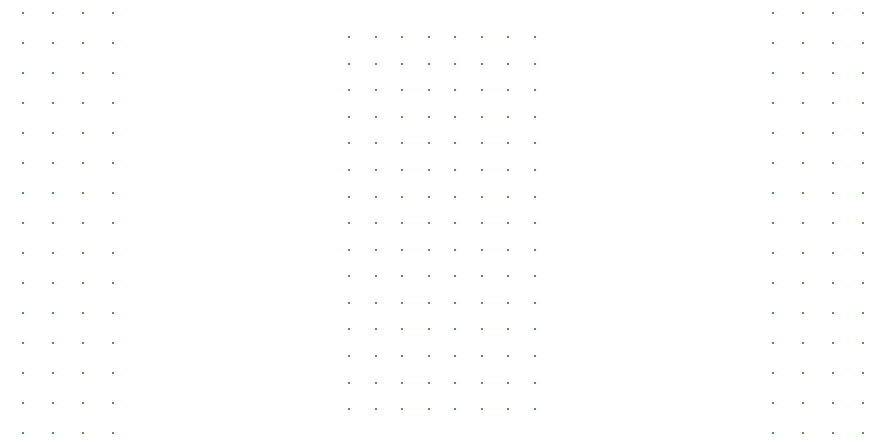
<source format=gts>
G04 #@! TF.FileFunction,Soldermask,Top*
%FSLAX46Y46*%
G04 Gerber Fmt 4.6, Leading zero omitted, Abs format (unit mm)*
G04 Created by KiCad (PCBNEW 4.0.4-stable) date 11/30/16 04:38:54*
%MOMM*%
%LPD*%
G01*
G04 APERTURE LIST*
%ADD10C,0.150000*%
%ADD11C,0.300000*%
G04 APERTURE END LIST*
D10*
D11*
X84000000Y-45250000D03*
X81750000Y-45250000D03*
X79500000Y-45250000D03*
X77250000Y-45250000D03*
X84000000Y-47500000D03*
X81750000Y-47500000D03*
X79500000Y-47500000D03*
X77250000Y-47500000D03*
X84000000Y-49750000D03*
X81750000Y-49750000D03*
X79500000Y-49750000D03*
X77250000Y-49750000D03*
X84000000Y-52000000D03*
X81750000Y-52000000D03*
X79500000Y-52000000D03*
X77250000Y-52000000D03*
X84000000Y-54250000D03*
X81750000Y-54250000D03*
X79500000Y-54250000D03*
X77250000Y-54250000D03*
X84000000Y-56500000D03*
X81750000Y-56500000D03*
X79500000Y-56500000D03*
X77250000Y-56500000D03*
X84000000Y-58750000D03*
X81750000Y-58750000D03*
X79500000Y-58750000D03*
X77250000Y-58750000D03*
X84000000Y-61000000D03*
X81750000Y-61000000D03*
X79500000Y-61000000D03*
X77250000Y-61000000D03*
X84000000Y-63250000D03*
X81750000Y-63250000D03*
X79500000Y-63250000D03*
X77250000Y-63250000D03*
X84000000Y-65500000D03*
X81750000Y-65500000D03*
X79500000Y-65500000D03*
X77250000Y-65500000D03*
X84000000Y-67750000D03*
X81750000Y-67750000D03*
X79500000Y-67750000D03*
X77250000Y-67750000D03*
X84000000Y-70000000D03*
X81750000Y-70000000D03*
X79500000Y-70000000D03*
X77250000Y-70000000D03*
X84000000Y-72250000D03*
X81750000Y-72250000D03*
X79500000Y-72250000D03*
X77250000Y-72250000D03*
X84000000Y-74500000D03*
X81750000Y-74500000D03*
X79500000Y-74500000D03*
X77250000Y-74500000D03*
X84000000Y-76750000D03*
X81750000Y-76750000D03*
X79500000Y-76750000D03*
X77250000Y-76750000D03*
X75000000Y-76750000D03*
X72750000Y-76750000D03*
X70500000Y-76750000D03*
X68250000Y-76750000D03*
X75000000Y-74500000D03*
X72750000Y-74500000D03*
X70500000Y-74500000D03*
X68250000Y-74500000D03*
X75000000Y-72250000D03*
X72750000Y-72250000D03*
X70500000Y-72250000D03*
X68250000Y-72250000D03*
X75000000Y-70000000D03*
X72750000Y-70000000D03*
X70500000Y-70000000D03*
X68250000Y-70000000D03*
X75000000Y-67750000D03*
X72750000Y-67750000D03*
X70500000Y-67750000D03*
X68250000Y-67750000D03*
X75000000Y-65500000D03*
X72750000Y-65500000D03*
X70500000Y-65500000D03*
X68250000Y-65500000D03*
X75000000Y-63250000D03*
X72750000Y-63250000D03*
X70500000Y-63250000D03*
X68250000Y-63250000D03*
X75000000Y-61000000D03*
X72750000Y-61000000D03*
X70500000Y-61000000D03*
X68250000Y-61000000D03*
X75000000Y-58750000D03*
X72750000Y-58750000D03*
X70500000Y-58750000D03*
X68250000Y-58750000D03*
X75000000Y-56500000D03*
X72750000Y-56500000D03*
X70500000Y-56500000D03*
X68250000Y-56500000D03*
X75000000Y-54250000D03*
X72750000Y-54250000D03*
X70500000Y-54250000D03*
X68250000Y-54250000D03*
X75000000Y-52000000D03*
X72750000Y-52000000D03*
X70500000Y-52000000D03*
X68250000Y-52000000D03*
X75000000Y-49750000D03*
X72750000Y-49750000D03*
X70500000Y-49750000D03*
X68250000Y-49750000D03*
X75000000Y-47500000D03*
X72750000Y-47500000D03*
X70500000Y-47500000D03*
X68250000Y-47500000D03*
X75000000Y-45250000D03*
X72750000Y-45250000D03*
X70500000Y-45250000D03*
X68250000Y-45250000D03*
X104140000Y-43180000D03*
X106680000Y-43180000D03*
X109220000Y-43180000D03*
X111760000Y-43180000D03*
X104140000Y-45720000D03*
X106680000Y-45720000D03*
X109220000Y-45720000D03*
X111760000Y-45720000D03*
X104140000Y-48260000D03*
X106680000Y-48260000D03*
X109220000Y-48260000D03*
X111760000Y-48260000D03*
X104140000Y-50800000D03*
X106680000Y-50800000D03*
X109220000Y-50800000D03*
X111760000Y-50800000D03*
X104140000Y-53340000D03*
X106680000Y-53340000D03*
X109220000Y-53340000D03*
X111760000Y-53340000D03*
X104140000Y-55880000D03*
X106680000Y-55880000D03*
X109220000Y-55880000D03*
X111760000Y-55880000D03*
X104140000Y-58420000D03*
X106680000Y-58420000D03*
X109220000Y-58420000D03*
X111760000Y-58420000D03*
X104140000Y-60960000D03*
X106680000Y-60960000D03*
X109220000Y-60960000D03*
X111760000Y-60960000D03*
X104140000Y-63500000D03*
X106680000Y-63500000D03*
X109220000Y-63500000D03*
X111760000Y-63500000D03*
X104140000Y-66040000D03*
X106680000Y-66040000D03*
X109220000Y-66040000D03*
X111760000Y-66040000D03*
X104140000Y-68580000D03*
X106680000Y-68580000D03*
X109220000Y-68580000D03*
X111760000Y-68580000D03*
X104140000Y-71120000D03*
X106680000Y-71120000D03*
X109220000Y-71120000D03*
X111760000Y-71120000D03*
X104140000Y-73660000D03*
X106680000Y-73660000D03*
X109220000Y-73660000D03*
X111760000Y-73660000D03*
X104140000Y-76200000D03*
X106680000Y-76200000D03*
X109220000Y-76200000D03*
X111760000Y-76200000D03*
X104140000Y-78740000D03*
X106680000Y-78740000D03*
X109220000Y-78740000D03*
X111760000Y-78740000D03*
X40640000Y-78740000D03*
X43180000Y-78740000D03*
X45720000Y-78740000D03*
X48260000Y-78740000D03*
X40640000Y-76200000D03*
X43180000Y-76200000D03*
X45720000Y-76200000D03*
X48260000Y-76200000D03*
X40640000Y-73660000D03*
X43180000Y-73660000D03*
X45720000Y-73660000D03*
X48260000Y-73660000D03*
X40640000Y-71120000D03*
X43180000Y-71120000D03*
X45720000Y-71120000D03*
X48260000Y-71120000D03*
X40640000Y-68580000D03*
X43180000Y-68580000D03*
X45720000Y-68580000D03*
X48260000Y-68580000D03*
X40640000Y-66040000D03*
X43180000Y-66040000D03*
X45720000Y-66040000D03*
X48260000Y-66040000D03*
X40640000Y-63500000D03*
X43180000Y-63500000D03*
X45720000Y-63500000D03*
X48260000Y-63500000D03*
X40640000Y-60960000D03*
X43180000Y-60960000D03*
X45720000Y-60960000D03*
X48260000Y-60960000D03*
X40640000Y-58420000D03*
X43180000Y-58420000D03*
X45720000Y-58420000D03*
X48260000Y-58420000D03*
X40640000Y-55880000D03*
X43180000Y-55880000D03*
X45720000Y-55880000D03*
X48260000Y-55880000D03*
X40640000Y-53340000D03*
X43180000Y-53340000D03*
X45720000Y-53340000D03*
X48260000Y-53340000D03*
X40640000Y-50800000D03*
X43180000Y-50800000D03*
X45720000Y-50800000D03*
X48260000Y-50800000D03*
X40640000Y-48260000D03*
X43180000Y-48260000D03*
X45720000Y-48260000D03*
X48260000Y-48260000D03*
X40640000Y-45720000D03*
X43180000Y-45720000D03*
X45720000Y-45720000D03*
X48260000Y-45720000D03*
X40640000Y-43180000D03*
X43180000Y-43180000D03*
X45720000Y-43180000D03*
X48260000Y-43180000D03*
M02*

</source>
